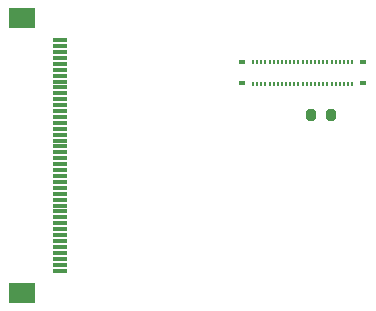
<source format=gtp>
%TF.GenerationSoftware,KiCad,Pcbnew,7.0.11-7.0.11~ubuntu22.04.1*%
%TF.CreationDate,2024-12-09T17:56:29+01:00*%
%TF.ProjectId,40_to_WP27D-P050VA3,34305f74-6f5f-4575-9032-37442d503035,rev?*%
%TF.SameCoordinates,Original*%
%TF.FileFunction,Paste,Top*%
%TF.FilePolarity,Positive*%
%FSLAX46Y46*%
G04 Gerber Fmt 4.6, Leading zero omitted, Abs format (unit mm)*
G04 Created by KiCad (PCBNEW 7.0.11-7.0.11~ubuntu22.04.1) date 2024-12-09 17:56:29*
%MOMM*%
%LPD*%
G01*
G04 APERTURE LIST*
G04 Aperture macros list*
%AMRoundRect*
0 Rectangle with rounded corners*
0 $1 Rounding radius*
0 $2 $3 $4 $5 $6 $7 $8 $9 X,Y pos of 4 corners*
0 Add a 4 corners polygon primitive as box body*
4,1,4,$2,$3,$4,$5,$6,$7,$8,$9,$2,$3,0*
0 Add four circle primitives for the rounded corners*
1,1,$1+$1,$2,$3*
1,1,$1+$1,$4,$5*
1,1,$1+$1,$6,$7*
1,1,$1+$1,$8,$9*
0 Add four rect primitives between the rounded corners*
20,1,$1+$1,$2,$3,$4,$5,0*
20,1,$1+$1,$4,$5,$6,$7,0*
20,1,$1+$1,$6,$7,$8,$9,0*
20,1,$1+$1,$8,$9,$2,$3,0*%
G04 Aperture macros list end*
%ADD10RoundRect,0.200000X-0.200000X-0.275000X0.200000X-0.275000X0.200000X0.275000X-0.200000X0.275000X0*%
%ADD11R,1.300000X0.300000*%
%ADD12R,2.200000X1.800000*%
%ADD13R,0.150000X0.400000*%
%ADD14R,0.600000X0.300000*%
G04 APERTURE END LIST*
D10*
%TO.C,R1*%
X42285000Y-20560000D03*
X43935000Y-20560000D03*
%TD*%
D11*
%TO.C,U1*%
X21050000Y-33700000D03*
X21050000Y-33200000D03*
X21050000Y-32700000D03*
X21050000Y-32200000D03*
X21050000Y-31700000D03*
X21050000Y-31200000D03*
X21050000Y-30700000D03*
X21050000Y-30200000D03*
X21050000Y-29700000D03*
X21050000Y-29200000D03*
X21050000Y-28700000D03*
X21050000Y-28200000D03*
X21050000Y-27700000D03*
X21050000Y-27200000D03*
X21050000Y-26700000D03*
X21050000Y-26200000D03*
X21050000Y-25700000D03*
X21050000Y-25200000D03*
X21050000Y-24700000D03*
X21050000Y-24200000D03*
X21050000Y-23700000D03*
X21050000Y-23200000D03*
X21050000Y-22700000D03*
X21050000Y-22200000D03*
X21050000Y-21700000D03*
X21050000Y-21200000D03*
X21050000Y-20700000D03*
X21050000Y-20200000D03*
X21050000Y-19700000D03*
X21050000Y-19200000D03*
X21050000Y-18700000D03*
X21050000Y-18200000D03*
X21050000Y-17700000D03*
X21050000Y-17200000D03*
X21050000Y-16700000D03*
X21050000Y-16200000D03*
X21050000Y-15700000D03*
X21050000Y-15200000D03*
X21050000Y-14700000D03*
X21050000Y-14200000D03*
D12*
X17800000Y-12300000D03*
X17800000Y-35600000D03*
%TD*%
D13*
%TO.C,CN1*%
X37360000Y-16060000D03*
X37710000Y-16060000D03*
X38060000Y-16060000D03*
X38410000Y-16060000D03*
X38760000Y-16060000D03*
X39110000Y-16060000D03*
X39460000Y-16060000D03*
X39810000Y-16060000D03*
X40160000Y-16060000D03*
X40510000Y-16060000D03*
X40860000Y-16060000D03*
X41210000Y-16060000D03*
X41560000Y-16060000D03*
X41910000Y-16060000D03*
X42260000Y-16060000D03*
X42610000Y-16060000D03*
X42960000Y-16060000D03*
X43310000Y-16060000D03*
X43660000Y-16060000D03*
X44010000Y-16060000D03*
X44360000Y-16060000D03*
X44710000Y-16060000D03*
X45060000Y-16060000D03*
X45410000Y-16060000D03*
X45760000Y-16060000D03*
X45760000Y-17880000D03*
X45410000Y-17880000D03*
X45060000Y-17880000D03*
X44710000Y-17880000D03*
X44360000Y-17880000D03*
X44010000Y-17880000D03*
X43660000Y-17880000D03*
X43310000Y-17880000D03*
X42960000Y-17880000D03*
X42610000Y-17880000D03*
X42260000Y-17880000D03*
X41910000Y-17880000D03*
X41560000Y-17880000D03*
X41210000Y-17880000D03*
X40860000Y-17880000D03*
X40510000Y-17880000D03*
X40160000Y-17880000D03*
X39810000Y-17880000D03*
X39460000Y-17880000D03*
X39110000Y-17880000D03*
X38760000Y-17880000D03*
X38410000Y-17880000D03*
X38060000Y-17880000D03*
X37710000Y-17880000D03*
X37360000Y-17880000D03*
D14*
X46710000Y-16080000D03*
X46710000Y-17860000D03*
X36410000Y-17860000D03*
X36410000Y-16080000D03*
%TD*%
M02*

</source>
